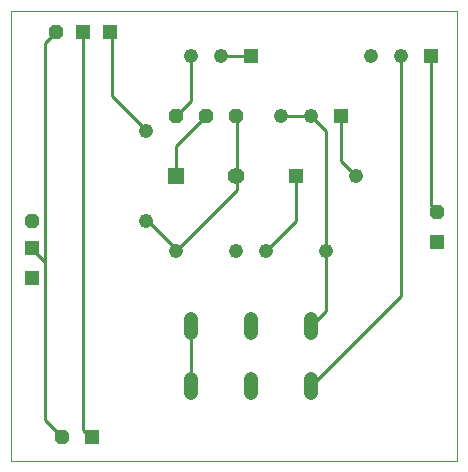
<source format=gtl>
G75*
G70*
%OFA0B0*%
%FSLAX24Y24*%
%IPPOS*%
%LPD*%
%AMOC8*
5,1,8,0,0,1.08239X$1,22.5*
%
%ADD10C,0.0000*%
%ADD11R,0.0554X0.0554*%
%ADD12C,0.0554*%
%ADD13R,0.0476X0.0476*%
%ADD14C,0.0476*%
%ADD15OC8,0.0476*%
%ADD16C,0.0476*%
%ADD17C,0.0100*%
D10*
X000101Y000101D02*
X000101Y015097D01*
X014971Y015097D01*
X014971Y000101D01*
X000101Y000101D01*
D11*
X005601Y009601D03*
D12*
X007601Y009601D03*
D13*
X009601Y009601D03*
X011101Y011601D03*
X014101Y013601D03*
X008101Y013601D03*
X003401Y014401D03*
X002501Y014401D03*
X000801Y007201D03*
X000801Y006201D03*
X002801Y000901D03*
X014301Y007401D03*
D14*
X011601Y009601D03*
X010101Y011601D03*
X009101Y011601D03*
X007101Y013601D03*
X006101Y013601D03*
X004601Y011101D03*
X004601Y008101D03*
X005601Y007101D03*
X007601Y007101D03*
X008601Y007101D03*
X010601Y007101D03*
X012101Y013601D03*
X013101Y013601D03*
D15*
X007601Y011601D03*
X006601Y011601D03*
X005601Y011601D03*
X001601Y014401D03*
X000801Y008101D03*
X001801Y000901D03*
X014301Y008401D03*
D16*
X010101Y004839D02*
X010101Y004363D01*
X010101Y002839D02*
X010101Y002363D01*
X008101Y002363D02*
X008101Y002839D01*
X008101Y004363D02*
X008101Y004839D01*
X006101Y004839D02*
X006101Y004363D01*
X006101Y002839D02*
X006101Y002363D01*
D17*
X006101Y002601D02*
X006101Y004601D01*
X005601Y007101D02*
X005541Y007141D01*
X005541Y007221D01*
X004661Y008101D01*
X004601Y008101D01*
X005601Y007101D02*
X007601Y009101D01*
X007621Y009141D01*
X007621Y009541D01*
X007601Y009601D01*
X007621Y009621D01*
X007621Y011541D01*
X007601Y011601D01*
X006601Y011601D02*
X005601Y010601D01*
X005601Y009601D01*
X004601Y011101D02*
X004581Y011141D01*
X003461Y012261D01*
X003461Y014341D01*
X003401Y014401D01*
X002501Y014401D02*
X002501Y001141D01*
X002741Y000901D01*
X002801Y000901D01*
X001801Y000901D02*
X001781Y000901D01*
X001221Y001461D01*
X001221Y006741D01*
X001221Y014021D01*
X001601Y014401D01*
X005601Y011601D02*
X006101Y012101D01*
X006101Y013601D01*
X007101Y013601D02*
X008101Y013601D01*
X009101Y011601D02*
X010101Y011601D01*
X010601Y011101D01*
X010601Y007101D01*
X010601Y005101D01*
X010101Y004601D01*
X010101Y002601D02*
X013101Y005601D01*
X013101Y013601D01*
X014101Y013601D02*
X014101Y008581D01*
X014261Y008421D01*
X014301Y008401D01*
X011601Y009601D02*
X011101Y010101D01*
X011101Y011601D01*
X009601Y009601D02*
X009601Y008101D01*
X008601Y007101D01*
X001221Y006741D02*
X000821Y007141D01*
X000801Y007201D01*
M02*

</source>
